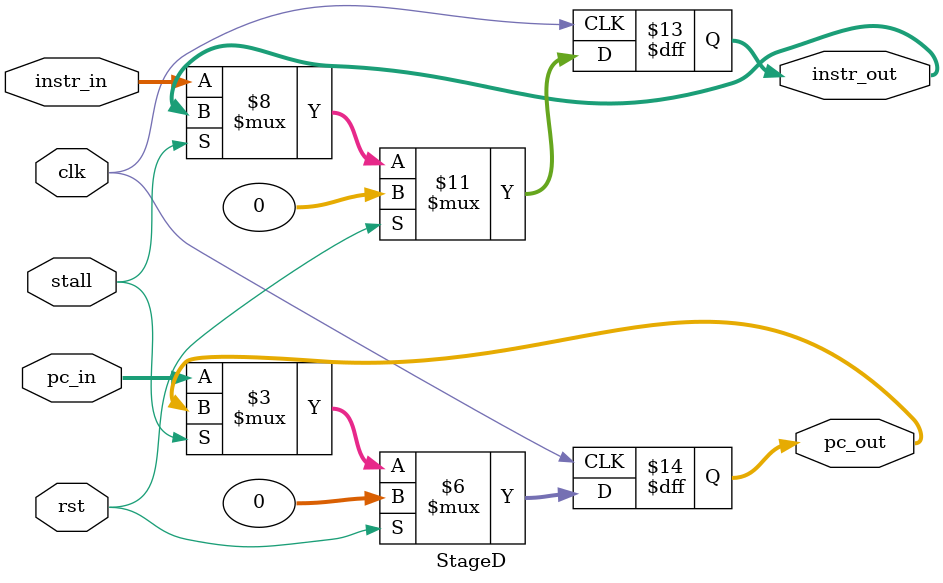
<source format=v>
`timescale 1ns / 1ps

module StageD(
    input clk,
    input rst, // ! Sync reset
    input stall,
    input [31:0] instr_in,
    input [31:0] pc_in,
    output reg [31:0] instr_out,
    output reg [31:0] pc_out
    );

    always@(posedge clk) begin
        if(rst) begin
            instr_out <= 0;
            pc_out <= 0;
        end else if(!stall) begin
            instr_out <= instr_in;
            pc_out <= pc_in;
        end
    end

endmodule

</source>
